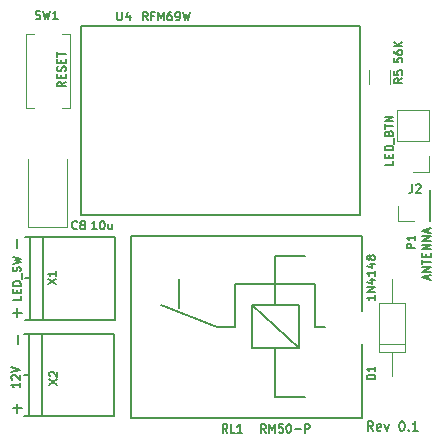
<source format=gto>
G04 #@! TF.GenerationSoftware,KiCad,Pcbnew,no-vcs-found-feba091~58~ubuntu16.04.1*
G04 #@! TF.CreationDate,2017-03-27T19:21:11+03:00*
G04 #@! TF.ProjectId,led_strip_actuator_node,6C65645F73747269705F616374756174,rev?*
G04 #@! TF.FileFunction,Legend,Top*
G04 #@! TF.FilePolarity,Positive*
%FSLAX46Y46*%
G04 Gerber Fmt 4.6, Leading zero omitted, Abs format (unit mm)*
G04 Created by KiCad (PCBNEW no-vcs-found-feba091~58~ubuntu16.04.1) date Mon Mar 27 19:21:11 2017*
%MOMM*%
%LPD*%
G01*
G04 APERTURE LIST*
%ADD10C,0.100000*%
%ADD11C,0.150000*%
%ADD12C,0.200000*%
%ADD13C,0.120000*%
%ADD14R,1.600000X2.000000*%
%ADD15R,2.500000X3.200000*%
%ADD16O,1.600000X1.600000*%
%ADD17R,1.600000X1.600000*%
%ADD18R,1.700000X1.700000*%
%ADD19R,1.300000X1.500000*%
%ADD20C,2.500000*%
%ADD21C,3.000000*%
%ADD22R,3.000000X1.200000*%
%ADD23R,2.400000X2.400000*%
%ADD24C,2.400000*%
%ADD25O,1.700000X1.700000*%
G04 APERTURE END LIST*
D10*
D11*
X142342857Y-92461904D02*
X142076190Y-92080952D01*
X141885714Y-92461904D02*
X141885714Y-91661904D01*
X142190476Y-91661904D01*
X142266666Y-91700000D01*
X142304761Y-91738095D01*
X142342857Y-91814285D01*
X142342857Y-91928571D01*
X142304761Y-92004761D01*
X142266666Y-92042857D01*
X142190476Y-92080952D01*
X141885714Y-92080952D01*
X142990476Y-92423809D02*
X142914285Y-92461904D01*
X142761904Y-92461904D01*
X142685714Y-92423809D01*
X142647619Y-92347619D01*
X142647619Y-92042857D01*
X142685714Y-91966666D01*
X142761904Y-91928571D01*
X142914285Y-91928571D01*
X142990476Y-91966666D01*
X143028571Y-92042857D01*
X143028571Y-92119047D01*
X142647619Y-92195238D01*
X143295238Y-91928571D02*
X143485714Y-92461904D01*
X143676190Y-91928571D01*
X144742857Y-91661904D02*
X144819047Y-91661904D01*
X144895238Y-91700000D01*
X144933333Y-91738095D01*
X144971428Y-91814285D01*
X145009523Y-91966666D01*
X145009523Y-92157142D01*
X144971428Y-92309523D01*
X144933333Y-92385714D01*
X144895238Y-92423809D01*
X144819047Y-92461904D01*
X144742857Y-92461904D01*
X144666666Y-92423809D01*
X144628571Y-92385714D01*
X144590476Y-92309523D01*
X144552380Y-92157142D01*
X144552380Y-91966666D01*
X144590476Y-91814285D01*
X144628571Y-91738095D01*
X144666666Y-91700000D01*
X144742857Y-91661904D01*
X145352380Y-92385714D02*
X145390476Y-92423809D01*
X145352380Y-92461904D01*
X145314285Y-92423809D01*
X145352380Y-92385714D01*
X145352380Y-92461904D01*
X146152380Y-92461904D02*
X145695238Y-92461904D01*
X145923809Y-92461904D02*
X145923809Y-91661904D01*
X145847619Y-91776190D01*
X145771428Y-91852380D01*
X145695238Y-91890476D01*
D12*
X112580952Y-90571428D02*
X111819047Y-90571428D01*
X112200000Y-90952380D02*
X112200000Y-90190476D01*
X112271428Y-84319047D02*
X112271428Y-85080952D01*
X112171428Y-76219047D02*
X112171428Y-76980952D01*
X112580952Y-82471428D02*
X111819047Y-82471428D01*
X112200000Y-82852380D02*
X112200000Y-82090476D01*
D13*
X112950000Y-58900000D02*
X113600000Y-58900000D01*
X116650000Y-58900000D02*
X116000000Y-58900000D01*
X116000000Y-65100000D02*
X116650000Y-65100000D01*
X112950000Y-65100000D02*
X113600000Y-65100000D01*
X112950000Y-58900000D02*
X112950000Y-65100000D01*
X116650000Y-65100000D02*
X116650000Y-58900000D01*
X113150000Y-75250000D02*
X116450000Y-75250000D01*
X116450000Y-75250000D02*
X116450000Y-69450000D01*
X113150000Y-75250000D02*
X113150000Y-69450000D01*
X142880000Y-85120000D02*
X145000000Y-85120000D01*
X143940000Y-79620000D02*
X143940000Y-81660000D01*
X143940000Y-87820000D02*
X143940000Y-85780000D01*
X142880000Y-81660000D02*
X142880000Y-85780000D01*
X145000000Y-81660000D02*
X142880000Y-81660000D01*
X145000000Y-85780000D02*
X145000000Y-81660000D01*
X142880000Y-85780000D02*
X145000000Y-85780000D01*
X144470000Y-74730000D02*
X144470000Y-73400000D01*
X145800000Y-74730000D02*
X144470000Y-74730000D01*
X147070000Y-72070000D02*
X147070000Y-74730000D01*
X147130000Y-72070000D02*
X147070000Y-72070000D01*
X147130000Y-74730000D02*
X147130000Y-72070000D01*
X147070000Y-74730000D02*
X147130000Y-74730000D01*
X141970000Y-63100000D02*
X141970000Y-61900000D01*
X143730000Y-61900000D02*
X143730000Y-63100000D01*
D11*
X126900000Y-76000000D02*
X125100000Y-76000000D01*
X125100000Y-76000000D02*
X121800000Y-76000000D01*
X121800000Y-76000000D02*
X121800000Y-91400000D01*
X141400000Y-82350000D02*
X141400000Y-76000000D01*
X141400000Y-76000000D02*
X126850000Y-76000000D01*
X141400000Y-85100000D02*
X141400000Y-91400000D01*
X141400000Y-91400000D02*
X121800000Y-91400000D01*
X141400000Y-91350000D02*
X141400000Y-85100000D01*
X125900000Y-82100000D02*
X125900000Y-79600000D01*
X136550000Y-77650000D02*
X134050000Y-77650000D01*
X137450000Y-83650000D02*
X138250000Y-83650000D01*
X134050000Y-89650000D02*
X136550000Y-89650000D01*
X130650000Y-83650000D02*
X129150000Y-83650000D01*
X129150000Y-83650000D02*
X124400000Y-81800000D01*
X130650000Y-80050000D02*
X137450000Y-80050000D01*
X130650000Y-83650000D02*
X130650000Y-80050000D01*
X137450000Y-83650000D02*
X137450000Y-80050000D01*
X134050000Y-89650000D02*
X134050000Y-85450000D01*
X134050000Y-81850000D02*
X134050000Y-77650000D01*
X132050000Y-81850000D02*
X136050000Y-85450000D01*
X136050000Y-81850000D02*
X136050000Y-85450000D01*
X136050000Y-85450000D02*
X132050000Y-85450000D01*
X132050000Y-85450000D02*
X132050000Y-81850000D01*
X132050000Y-81850000D02*
X136050000Y-81850000D01*
X117565935Y-58168221D02*
X141265935Y-58168221D01*
X141265935Y-58168221D02*
X141265935Y-74168221D01*
X141265935Y-74168221D02*
X117565935Y-74168221D01*
X117565935Y-74168221D02*
X117565935Y-58168221D01*
X120500000Y-83050000D02*
X120500000Y-76050000D01*
X112900000Y-83050000D02*
X120500000Y-83050000D01*
X120500000Y-76050000D02*
X112900000Y-76050000D01*
X113300000Y-76050000D02*
X113300000Y-83050000D01*
X114400000Y-76050000D02*
X114400000Y-83050000D01*
X113300000Y-79550000D02*
X112900000Y-79550000D01*
X113200000Y-87750000D02*
X112800000Y-87750000D01*
X114300000Y-84250000D02*
X114300000Y-91250000D01*
X113200000Y-84250000D02*
X113200000Y-91250000D01*
X120400000Y-84250000D02*
X112800000Y-84250000D01*
X112800000Y-91250000D02*
X120400000Y-91250000D01*
X120400000Y-91250000D02*
X120400000Y-84250000D01*
D13*
X147030000Y-70530000D02*
X145700000Y-70530000D01*
X147030000Y-69200000D02*
X147030000Y-70530000D01*
X144370000Y-67930000D02*
X147030000Y-67930000D01*
X144370000Y-65330000D02*
X144370000Y-67930000D01*
X147030000Y-65330000D02*
X144370000Y-65330000D01*
X147030000Y-67930000D02*
X147030000Y-65330000D01*
D11*
X113766666Y-57583333D02*
X113866666Y-57616666D01*
X114033333Y-57616666D01*
X114100000Y-57583333D01*
X114133333Y-57550000D01*
X114166666Y-57483333D01*
X114166666Y-57416666D01*
X114133333Y-57350000D01*
X114100000Y-57316666D01*
X114033333Y-57283333D01*
X113900000Y-57250000D01*
X113833333Y-57216666D01*
X113800000Y-57183333D01*
X113766666Y-57116666D01*
X113766666Y-57050000D01*
X113800000Y-56983333D01*
X113833333Y-56950000D01*
X113900000Y-56916666D01*
X114066666Y-56916666D01*
X114166666Y-56950000D01*
X114400000Y-56916666D02*
X114566666Y-57616666D01*
X114700000Y-57116666D01*
X114833333Y-57616666D01*
X115000000Y-56916666D01*
X115633333Y-57616666D02*
X115233333Y-57616666D01*
X115433333Y-57616666D02*
X115433333Y-56916666D01*
X115366666Y-57016666D01*
X115300000Y-57083333D01*
X115233333Y-57116666D01*
X116316666Y-62916666D02*
X115983333Y-63150000D01*
X116316666Y-63316666D02*
X115616666Y-63316666D01*
X115616666Y-63050000D01*
X115650000Y-62983333D01*
X115683333Y-62950000D01*
X115750000Y-62916666D01*
X115850000Y-62916666D01*
X115916666Y-62950000D01*
X115950000Y-62983333D01*
X115983333Y-63050000D01*
X115983333Y-63316666D01*
X115950000Y-62616666D02*
X115950000Y-62383333D01*
X116316666Y-62283333D02*
X116316666Y-62616666D01*
X115616666Y-62616666D01*
X115616666Y-62283333D01*
X116283333Y-62016666D02*
X116316666Y-61916666D01*
X116316666Y-61750000D01*
X116283333Y-61683333D01*
X116250000Y-61650000D01*
X116183333Y-61616666D01*
X116116666Y-61616666D01*
X116050000Y-61650000D01*
X116016666Y-61683333D01*
X115983333Y-61750000D01*
X115950000Y-61883333D01*
X115916666Y-61950000D01*
X115883333Y-61983333D01*
X115816666Y-62016666D01*
X115750000Y-62016666D01*
X115683333Y-61983333D01*
X115650000Y-61950000D01*
X115616666Y-61883333D01*
X115616666Y-61716666D01*
X115650000Y-61616666D01*
X115950000Y-61316666D02*
X115950000Y-61083333D01*
X116316666Y-60983333D02*
X116316666Y-61316666D01*
X115616666Y-61316666D01*
X115616666Y-60983333D01*
X115616666Y-60783333D02*
X115616666Y-60383333D01*
X116316666Y-60583333D02*
X115616666Y-60583333D01*
X117283333Y-75350000D02*
X117250000Y-75383333D01*
X117150000Y-75416666D01*
X117083333Y-75416666D01*
X116983333Y-75383333D01*
X116916666Y-75316666D01*
X116883333Y-75250000D01*
X116850000Y-75116666D01*
X116850000Y-75016666D01*
X116883333Y-74883333D01*
X116916666Y-74816666D01*
X116983333Y-74750000D01*
X117083333Y-74716666D01*
X117150000Y-74716666D01*
X117250000Y-74750000D01*
X117283333Y-74783333D01*
X117683333Y-75016666D02*
X117616666Y-74983333D01*
X117583333Y-74950000D01*
X117550000Y-74883333D01*
X117550000Y-74850000D01*
X117583333Y-74783333D01*
X117616666Y-74750000D01*
X117683333Y-74716666D01*
X117816666Y-74716666D01*
X117883333Y-74750000D01*
X117916666Y-74783333D01*
X117950000Y-74850000D01*
X117950000Y-74883333D01*
X117916666Y-74950000D01*
X117883333Y-74983333D01*
X117816666Y-75016666D01*
X117683333Y-75016666D01*
X117616666Y-75050000D01*
X117583333Y-75083333D01*
X117550000Y-75150000D01*
X117550000Y-75283333D01*
X117583333Y-75350000D01*
X117616666Y-75383333D01*
X117683333Y-75416666D01*
X117816666Y-75416666D01*
X117883333Y-75383333D01*
X117916666Y-75350000D01*
X117950000Y-75283333D01*
X117950000Y-75150000D01*
X117916666Y-75083333D01*
X117883333Y-75050000D01*
X117816666Y-75016666D01*
X118950000Y-75416666D02*
X118550000Y-75416666D01*
X118750000Y-75416666D02*
X118750000Y-74716666D01*
X118683333Y-74816666D01*
X118616666Y-74883333D01*
X118550000Y-74916666D01*
X119383333Y-74716666D02*
X119450000Y-74716666D01*
X119516666Y-74750000D01*
X119550000Y-74783333D01*
X119583333Y-74850000D01*
X119616666Y-74983333D01*
X119616666Y-75150000D01*
X119583333Y-75283333D01*
X119550000Y-75350000D01*
X119516666Y-75383333D01*
X119450000Y-75416666D01*
X119383333Y-75416666D01*
X119316666Y-75383333D01*
X119283333Y-75350000D01*
X119250000Y-75283333D01*
X119216666Y-75150000D01*
X119216666Y-74983333D01*
X119250000Y-74850000D01*
X119283333Y-74783333D01*
X119316666Y-74750000D01*
X119383333Y-74716666D01*
X120216666Y-74950000D02*
X120216666Y-75416666D01*
X119916666Y-74950000D02*
X119916666Y-75316666D01*
X119950000Y-75383333D01*
X120016666Y-75416666D01*
X120116666Y-75416666D01*
X120183333Y-75383333D01*
X120216666Y-75350000D01*
X142516666Y-88116666D02*
X141816666Y-88116666D01*
X141816666Y-87950000D01*
X141850000Y-87850000D01*
X141916666Y-87783333D01*
X141983333Y-87750000D01*
X142116666Y-87716666D01*
X142216666Y-87716666D01*
X142350000Y-87750000D01*
X142416666Y-87783333D01*
X142483333Y-87850000D01*
X142516666Y-87950000D01*
X142516666Y-88116666D01*
X142516666Y-87050000D02*
X142516666Y-87450000D01*
X142516666Y-87250000D02*
X141816666Y-87250000D01*
X141916666Y-87316666D01*
X141983333Y-87383333D01*
X142016666Y-87450000D01*
X142516666Y-81000000D02*
X142516666Y-81400000D01*
X142516666Y-81200000D02*
X141816666Y-81200000D01*
X141916666Y-81266666D01*
X141983333Y-81333333D01*
X142016666Y-81400000D01*
X142516666Y-80700000D02*
X141816666Y-80700000D01*
X142516666Y-80300000D01*
X141816666Y-80300000D01*
X142050000Y-79666666D02*
X142516666Y-79666666D01*
X141783333Y-79833333D02*
X142283333Y-80000000D01*
X142283333Y-79566666D01*
X142516666Y-78933333D02*
X142516666Y-79333333D01*
X142516666Y-79133333D02*
X141816666Y-79133333D01*
X141916666Y-79200000D01*
X141983333Y-79266666D01*
X142016666Y-79333333D01*
X142050000Y-78333333D02*
X142516666Y-78333333D01*
X141783333Y-78500000D02*
X142283333Y-78666666D01*
X142283333Y-78233333D01*
X142116666Y-77866666D02*
X142083333Y-77933333D01*
X142050000Y-77966666D01*
X141983333Y-78000000D01*
X141950000Y-78000000D01*
X141883333Y-77966666D01*
X141850000Y-77933333D01*
X141816666Y-77866666D01*
X141816666Y-77733333D01*
X141850000Y-77666666D01*
X141883333Y-77633333D01*
X141950000Y-77600000D01*
X141983333Y-77600000D01*
X142050000Y-77633333D01*
X142083333Y-77666666D01*
X142116666Y-77733333D01*
X142116666Y-77866666D01*
X142150000Y-77933333D01*
X142183333Y-77966666D01*
X142250000Y-78000000D01*
X142383333Y-78000000D01*
X142450000Y-77966666D01*
X142483333Y-77933333D01*
X142516666Y-77866666D01*
X142516666Y-77733333D01*
X142483333Y-77666666D01*
X142450000Y-77633333D01*
X142383333Y-77600000D01*
X142250000Y-77600000D01*
X142183333Y-77633333D01*
X142150000Y-77666666D01*
X142116666Y-77733333D01*
X145916666Y-77016666D02*
X145216666Y-77016666D01*
X145216666Y-76750000D01*
X145250000Y-76683333D01*
X145283333Y-76650000D01*
X145350000Y-76616666D01*
X145450000Y-76616666D01*
X145516666Y-76650000D01*
X145550000Y-76683333D01*
X145583333Y-76750000D01*
X145583333Y-77016666D01*
X145916666Y-75950000D02*
X145916666Y-76350000D01*
X145916666Y-76150000D02*
X145216666Y-76150000D01*
X145316666Y-76216666D01*
X145383333Y-76283333D01*
X145416666Y-76350000D01*
X147016666Y-79650000D02*
X147016666Y-79316666D01*
X147216666Y-79716666D02*
X146516666Y-79483333D01*
X147216666Y-79250000D01*
X147216666Y-79016666D02*
X146516666Y-79016666D01*
X147216666Y-78616666D01*
X146516666Y-78616666D01*
X146516666Y-78383333D02*
X146516666Y-77983333D01*
X147216666Y-78183333D02*
X146516666Y-78183333D01*
X146850000Y-77750000D02*
X146850000Y-77516666D01*
X147216666Y-77416666D02*
X147216666Y-77750000D01*
X146516666Y-77750000D01*
X146516666Y-77416666D01*
X147216666Y-77116666D02*
X146516666Y-77116666D01*
X147216666Y-76716666D01*
X146516666Y-76716666D01*
X147216666Y-76383333D02*
X146516666Y-76383333D01*
X147216666Y-75983333D01*
X146516666Y-75983333D01*
X147016666Y-75683333D02*
X147016666Y-75350000D01*
X147216666Y-75750000D02*
X146516666Y-75516666D01*
X147216666Y-75283333D01*
X144816666Y-62616666D02*
X144483333Y-62850000D01*
X144816666Y-63016666D02*
X144116666Y-63016666D01*
X144116666Y-62750000D01*
X144150000Y-62683333D01*
X144183333Y-62650000D01*
X144250000Y-62616666D01*
X144350000Y-62616666D01*
X144416666Y-62650000D01*
X144450000Y-62683333D01*
X144483333Y-62750000D01*
X144483333Y-63016666D01*
X144116666Y-61983333D02*
X144116666Y-62316666D01*
X144450000Y-62350000D01*
X144416666Y-62316666D01*
X144383333Y-62250000D01*
X144383333Y-62083333D01*
X144416666Y-62016666D01*
X144450000Y-61983333D01*
X144516666Y-61950000D01*
X144683333Y-61950000D01*
X144750000Y-61983333D01*
X144783333Y-62016666D01*
X144816666Y-62083333D01*
X144816666Y-62250000D01*
X144783333Y-62316666D01*
X144750000Y-62350000D01*
X144116666Y-60916666D02*
X144116666Y-61250000D01*
X144450000Y-61283333D01*
X144416666Y-61250000D01*
X144383333Y-61183333D01*
X144383333Y-61016666D01*
X144416666Y-60950000D01*
X144450000Y-60916666D01*
X144516666Y-60883333D01*
X144683333Y-60883333D01*
X144750000Y-60916666D01*
X144783333Y-60950000D01*
X144816666Y-61016666D01*
X144816666Y-61183333D01*
X144783333Y-61250000D01*
X144750000Y-61283333D01*
X144116666Y-60283333D02*
X144116666Y-60416666D01*
X144150000Y-60483333D01*
X144183333Y-60516666D01*
X144283333Y-60583333D01*
X144416666Y-60616666D01*
X144683333Y-60616666D01*
X144750000Y-60583333D01*
X144783333Y-60550000D01*
X144816666Y-60483333D01*
X144816666Y-60350000D01*
X144783333Y-60283333D01*
X144750000Y-60250000D01*
X144683333Y-60216666D01*
X144516666Y-60216666D01*
X144450000Y-60250000D01*
X144416666Y-60283333D01*
X144383333Y-60350000D01*
X144383333Y-60483333D01*
X144416666Y-60550000D01*
X144450000Y-60583333D01*
X144516666Y-60616666D01*
X144816666Y-59916666D02*
X144116666Y-59916666D01*
X144816666Y-59516666D02*
X144416666Y-59816666D01*
X144116666Y-59516666D02*
X144516666Y-59916666D01*
X130000000Y-92616666D02*
X129766666Y-92283333D01*
X129600000Y-92616666D02*
X129600000Y-91916666D01*
X129866666Y-91916666D01*
X129933333Y-91950000D01*
X129966666Y-91983333D01*
X130000000Y-92050000D01*
X130000000Y-92150000D01*
X129966666Y-92216666D01*
X129933333Y-92250000D01*
X129866666Y-92283333D01*
X129600000Y-92283333D01*
X130633333Y-92616666D02*
X130300000Y-92616666D01*
X130300000Y-91916666D01*
X131233333Y-92616666D02*
X130833333Y-92616666D01*
X131033333Y-92616666D02*
X131033333Y-91916666D01*
X130966666Y-92016666D01*
X130900000Y-92083333D01*
X130833333Y-92116666D01*
X133266666Y-92616666D02*
X133033333Y-92283333D01*
X132866666Y-92616666D02*
X132866666Y-91916666D01*
X133133333Y-91916666D01*
X133200000Y-91950000D01*
X133233333Y-91983333D01*
X133266666Y-92050000D01*
X133266666Y-92150000D01*
X133233333Y-92216666D01*
X133200000Y-92250000D01*
X133133333Y-92283333D01*
X132866666Y-92283333D01*
X133566666Y-92616666D02*
X133566666Y-91916666D01*
X133800000Y-92416666D01*
X134033333Y-91916666D01*
X134033333Y-92616666D01*
X134700000Y-91916666D02*
X134366666Y-91916666D01*
X134333333Y-92250000D01*
X134366666Y-92216666D01*
X134433333Y-92183333D01*
X134600000Y-92183333D01*
X134666666Y-92216666D01*
X134700000Y-92250000D01*
X134733333Y-92316666D01*
X134733333Y-92483333D01*
X134700000Y-92550000D01*
X134666666Y-92583333D01*
X134600000Y-92616666D01*
X134433333Y-92616666D01*
X134366666Y-92583333D01*
X134333333Y-92550000D01*
X135166666Y-91916666D02*
X135233333Y-91916666D01*
X135300000Y-91950000D01*
X135333333Y-91983333D01*
X135366666Y-92050000D01*
X135400000Y-92183333D01*
X135400000Y-92350000D01*
X135366666Y-92483333D01*
X135333333Y-92550000D01*
X135300000Y-92583333D01*
X135233333Y-92616666D01*
X135166666Y-92616666D01*
X135100000Y-92583333D01*
X135066666Y-92550000D01*
X135033333Y-92483333D01*
X135000000Y-92350000D01*
X135000000Y-92183333D01*
X135033333Y-92050000D01*
X135066666Y-91983333D01*
X135100000Y-91950000D01*
X135166666Y-91916666D01*
X135700000Y-92350000D02*
X136233333Y-92350000D01*
X136566666Y-92616666D02*
X136566666Y-91916666D01*
X136833333Y-91916666D01*
X136900000Y-91950000D01*
X136933333Y-91983333D01*
X136966666Y-92050000D01*
X136966666Y-92150000D01*
X136933333Y-92216666D01*
X136900000Y-92250000D01*
X136833333Y-92283333D01*
X136566666Y-92283333D01*
X120686601Y-57006887D02*
X120686601Y-57573554D01*
X120719935Y-57640221D01*
X120753268Y-57673554D01*
X120819935Y-57706887D01*
X120953268Y-57706887D01*
X121019935Y-57673554D01*
X121053268Y-57640221D01*
X121086601Y-57573554D01*
X121086601Y-57006887D01*
X121719935Y-57240221D02*
X121719935Y-57706887D01*
X121553268Y-56973554D02*
X121386601Y-57473554D01*
X121819935Y-57473554D01*
X123250000Y-57716666D02*
X123016666Y-57383333D01*
X122850000Y-57716666D02*
X122850000Y-57016666D01*
X123116666Y-57016666D01*
X123183333Y-57050000D01*
X123216666Y-57083333D01*
X123250000Y-57150000D01*
X123250000Y-57250000D01*
X123216666Y-57316666D01*
X123183333Y-57350000D01*
X123116666Y-57383333D01*
X122850000Y-57383333D01*
X123783333Y-57350000D02*
X123550000Y-57350000D01*
X123550000Y-57716666D02*
X123550000Y-57016666D01*
X123883333Y-57016666D01*
X124150000Y-57716666D02*
X124150000Y-57016666D01*
X124383333Y-57516666D01*
X124616666Y-57016666D01*
X124616666Y-57716666D01*
X125250000Y-57016666D02*
X125116666Y-57016666D01*
X125050000Y-57050000D01*
X125016666Y-57083333D01*
X124950000Y-57183333D01*
X124916666Y-57316666D01*
X124916666Y-57583333D01*
X124950000Y-57650000D01*
X124983333Y-57683333D01*
X125050000Y-57716666D01*
X125183333Y-57716666D01*
X125250000Y-57683333D01*
X125283333Y-57650000D01*
X125316666Y-57583333D01*
X125316666Y-57416666D01*
X125283333Y-57350000D01*
X125250000Y-57316666D01*
X125183333Y-57283333D01*
X125050000Y-57283333D01*
X124983333Y-57316666D01*
X124950000Y-57350000D01*
X124916666Y-57416666D01*
X125650000Y-57716666D02*
X125783333Y-57716666D01*
X125850000Y-57683333D01*
X125883333Y-57650000D01*
X125950000Y-57550000D01*
X125983333Y-57416666D01*
X125983333Y-57150000D01*
X125950000Y-57083333D01*
X125916666Y-57050000D01*
X125850000Y-57016666D01*
X125716666Y-57016666D01*
X125650000Y-57050000D01*
X125616666Y-57083333D01*
X125583333Y-57150000D01*
X125583333Y-57316666D01*
X125616666Y-57383333D01*
X125650000Y-57416666D01*
X125716666Y-57450000D01*
X125850000Y-57450000D01*
X125916666Y-57416666D01*
X125950000Y-57383333D01*
X125983333Y-57316666D01*
X126216666Y-57016666D02*
X126383333Y-57716666D01*
X126516666Y-57216666D01*
X126650000Y-57716666D01*
X126816666Y-57016666D01*
X114816666Y-80066666D02*
X115516666Y-79600000D01*
X114816666Y-79600000D02*
X115516666Y-80066666D01*
X115516666Y-78966666D02*
X115516666Y-79366666D01*
X115516666Y-79166666D02*
X114816666Y-79166666D01*
X114916666Y-79233333D01*
X114983333Y-79300000D01*
X115016666Y-79366666D01*
X112516666Y-81050000D02*
X112516666Y-81383333D01*
X111816666Y-81383333D01*
X112150000Y-80816666D02*
X112150000Y-80583333D01*
X112516666Y-80483333D02*
X112516666Y-80816666D01*
X111816666Y-80816666D01*
X111816666Y-80483333D01*
X112516666Y-80183333D02*
X111816666Y-80183333D01*
X111816666Y-80016666D01*
X111850000Y-79916666D01*
X111916666Y-79850000D01*
X111983333Y-79816666D01*
X112116666Y-79783333D01*
X112216666Y-79783333D01*
X112350000Y-79816666D01*
X112416666Y-79850000D01*
X112483333Y-79916666D01*
X112516666Y-80016666D01*
X112516666Y-80183333D01*
X112583333Y-79650000D02*
X112583333Y-79116666D01*
X112483333Y-78983333D02*
X112516666Y-78883333D01*
X112516666Y-78716666D01*
X112483333Y-78650000D01*
X112450000Y-78616666D01*
X112383333Y-78583333D01*
X112316666Y-78583333D01*
X112250000Y-78616666D01*
X112216666Y-78650000D01*
X112183333Y-78716666D01*
X112150000Y-78850000D01*
X112116666Y-78916666D01*
X112083333Y-78950000D01*
X112016666Y-78983333D01*
X111950000Y-78983333D01*
X111883333Y-78950000D01*
X111850000Y-78916666D01*
X111816666Y-78850000D01*
X111816666Y-78683333D01*
X111850000Y-78583333D01*
X111816666Y-78350000D02*
X112516666Y-78183333D01*
X112016666Y-78050000D01*
X112516666Y-77916666D01*
X111816666Y-77750000D01*
X114916666Y-88566666D02*
X115616666Y-88100000D01*
X114916666Y-88100000D02*
X115616666Y-88566666D01*
X114983333Y-87866666D02*
X114950000Y-87833333D01*
X114916666Y-87766666D01*
X114916666Y-87600000D01*
X114950000Y-87533333D01*
X114983333Y-87500000D01*
X115050000Y-87466666D01*
X115116666Y-87466666D01*
X115216666Y-87500000D01*
X115616666Y-87900000D01*
X115616666Y-87466666D01*
X112416666Y-88400000D02*
X112416666Y-88800000D01*
X112416666Y-88600000D02*
X111716666Y-88600000D01*
X111816666Y-88666666D01*
X111883333Y-88733333D01*
X111916666Y-88800000D01*
X111783333Y-88133333D02*
X111750000Y-88100000D01*
X111716666Y-88033333D01*
X111716666Y-87866666D01*
X111750000Y-87800000D01*
X111783333Y-87766666D01*
X111850000Y-87733333D01*
X111916666Y-87733333D01*
X112016666Y-87766666D01*
X112416666Y-88166666D01*
X112416666Y-87733333D01*
X111716666Y-87533333D02*
X112416666Y-87300000D01*
X111716666Y-87066666D01*
X145666666Y-71616666D02*
X145666666Y-72116666D01*
X145633333Y-72216666D01*
X145566666Y-72283333D01*
X145466666Y-72316666D01*
X145400000Y-72316666D01*
X145966666Y-71683333D02*
X146000000Y-71650000D01*
X146066666Y-71616666D01*
X146233333Y-71616666D01*
X146300000Y-71650000D01*
X146333333Y-71683333D01*
X146366666Y-71750000D01*
X146366666Y-71816666D01*
X146333333Y-71916666D01*
X145933333Y-72316666D01*
X146366666Y-72316666D01*
X144016666Y-69600000D02*
X144016666Y-69933333D01*
X143316666Y-69933333D01*
X143650000Y-69366666D02*
X143650000Y-69133333D01*
X144016666Y-69033333D02*
X144016666Y-69366666D01*
X143316666Y-69366666D01*
X143316666Y-69033333D01*
X144016666Y-68733333D02*
X143316666Y-68733333D01*
X143316666Y-68566666D01*
X143350000Y-68466666D01*
X143416666Y-68400000D01*
X143483333Y-68366666D01*
X143616666Y-68333333D01*
X143716666Y-68333333D01*
X143850000Y-68366666D01*
X143916666Y-68400000D01*
X143983333Y-68466666D01*
X144016666Y-68566666D01*
X144016666Y-68733333D01*
X144083333Y-68200000D02*
X144083333Y-67666666D01*
X143650000Y-67266666D02*
X143683333Y-67166666D01*
X143716666Y-67133333D01*
X143783333Y-67100000D01*
X143883333Y-67100000D01*
X143950000Y-67133333D01*
X143983333Y-67166666D01*
X144016666Y-67233333D01*
X144016666Y-67500000D01*
X143316666Y-67500000D01*
X143316666Y-67266666D01*
X143350000Y-67200000D01*
X143383333Y-67166666D01*
X143450000Y-67133333D01*
X143516666Y-67133333D01*
X143583333Y-67166666D01*
X143616666Y-67200000D01*
X143650000Y-67266666D01*
X143650000Y-67500000D01*
X143316666Y-66900000D02*
X143316666Y-66500000D01*
X144016666Y-66700000D02*
X143316666Y-66700000D01*
X144016666Y-66266666D02*
X143316666Y-66266666D01*
X144016666Y-65866666D01*
X143316666Y-65866666D01*
%LPC*%
D14*
X114800000Y-59300000D03*
X114800000Y-64700000D03*
D15*
X114800000Y-69050000D03*
X114800000Y-73350000D03*
D16*
X143940000Y-78640000D03*
D17*
X143940000Y-88800000D03*
D18*
X145800000Y-73400000D03*
D19*
X142850000Y-61150000D03*
X142850000Y-63850000D03*
D20*
X138150000Y-77650000D03*
X138150000Y-89650000D03*
D21*
X140100000Y-83700000D03*
X125900000Y-77700000D03*
X125900000Y-89700000D03*
D22*
X139265935Y-59168221D03*
X139265935Y-61168221D03*
X139265935Y-63168221D03*
X139265935Y-65168221D03*
X139265935Y-67168221D03*
X139265935Y-69168221D03*
X139265935Y-71168221D03*
X139265935Y-73168221D03*
X119565935Y-73168221D03*
X119565935Y-71168221D03*
X119565935Y-69168221D03*
X119565935Y-67168221D03*
X119565935Y-65168221D03*
X119565935Y-63168221D03*
X119565935Y-61168221D03*
X119565935Y-59168221D03*
D23*
X117400000Y-77800000D03*
D24*
X117400000Y-81300000D03*
X117300000Y-89500000D03*
D23*
X117300000Y-86000000D03*
D25*
X145700000Y-66660000D03*
D18*
X145700000Y-69200000D03*
M02*

</source>
